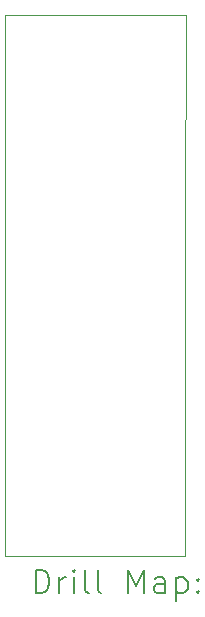
<source format=gbr>
%TF.GenerationSoftware,KiCad,Pcbnew,9.0.6*%
%TF.CreationDate,2026-01-10T17:13:57+00:00*%
%TF.ProjectId,CurrentSource,43757272-656e-4745-936f-757263652e6b,rev?*%
%TF.SameCoordinates,Original*%
%TF.FileFunction,Drillmap*%
%TF.FilePolarity,Positive*%
%FSLAX45Y45*%
G04 Gerber Fmt 4.5, Leading zero omitted, Abs format (unit mm)*
G04 Created by KiCad (PCBNEW 9.0.6) date 2026-01-10 17:13:57*
%MOMM*%
%LPD*%
G01*
G04 APERTURE LIST*
%ADD10C,0.100000*%
%ADD11C,0.200000*%
G04 APERTURE END LIST*
D10*
X13729000Y-8458000D02*
X13730000Y-6672500D01*
X13730000Y-6672500D02*
X12205000Y-6672500D01*
X12205000Y-8458000D02*
X12205000Y-6672500D01*
X12205000Y-8458000D02*
X12205000Y-11252000D01*
X12205000Y-11252000D02*
X13729000Y-11252000D01*
X13729000Y-11252000D02*
X13729000Y-8458000D01*
D11*
X12460777Y-11568484D02*
X12460777Y-11368484D01*
X12460777Y-11368484D02*
X12508396Y-11368484D01*
X12508396Y-11368484D02*
X12536967Y-11378008D01*
X12536967Y-11378008D02*
X12556015Y-11397055D01*
X12556015Y-11397055D02*
X12565539Y-11416103D01*
X12565539Y-11416103D02*
X12575062Y-11454198D01*
X12575062Y-11454198D02*
X12575062Y-11482769D01*
X12575062Y-11482769D02*
X12565539Y-11520865D01*
X12565539Y-11520865D02*
X12556015Y-11539912D01*
X12556015Y-11539912D02*
X12536967Y-11558960D01*
X12536967Y-11558960D02*
X12508396Y-11568484D01*
X12508396Y-11568484D02*
X12460777Y-11568484D01*
X12660777Y-11568484D02*
X12660777Y-11435150D01*
X12660777Y-11473246D02*
X12670301Y-11454198D01*
X12670301Y-11454198D02*
X12679824Y-11444674D01*
X12679824Y-11444674D02*
X12698872Y-11435150D01*
X12698872Y-11435150D02*
X12717920Y-11435150D01*
X12784586Y-11568484D02*
X12784586Y-11435150D01*
X12784586Y-11368484D02*
X12775062Y-11378008D01*
X12775062Y-11378008D02*
X12784586Y-11387531D01*
X12784586Y-11387531D02*
X12794110Y-11378008D01*
X12794110Y-11378008D02*
X12784586Y-11368484D01*
X12784586Y-11368484D02*
X12784586Y-11387531D01*
X12908396Y-11568484D02*
X12889348Y-11558960D01*
X12889348Y-11558960D02*
X12879824Y-11539912D01*
X12879824Y-11539912D02*
X12879824Y-11368484D01*
X13013158Y-11568484D02*
X12994110Y-11558960D01*
X12994110Y-11558960D02*
X12984586Y-11539912D01*
X12984586Y-11539912D02*
X12984586Y-11368484D01*
X13241729Y-11568484D02*
X13241729Y-11368484D01*
X13241729Y-11368484D02*
X13308396Y-11511341D01*
X13308396Y-11511341D02*
X13375062Y-11368484D01*
X13375062Y-11368484D02*
X13375062Y-11568484D01*
X13556015Y-11568484D02*
X13556015Y-11463722D01*
X13556015Y-11463722D02*
X13546491Y-11444674D01*
X13546491Y-11444674D02*
X13527443Y-11435150D01*
X13527443Y-11435150D02*
X13489348Y-11435150D01*
X13489348Y-11435150D02*
X13470301Y-11444674D01*
X13556015Y-11558960D02*
X13536967Y-11568484D01*
X13536967Y-11568484D02*
X13489348Y-11568484D01*
X13489348Y-11568484D02*
X13470301Y-11558960D01*
X13470301Y-11558960D02*
X13460777Y-11539912D01*
X13460777Y-11539912D02*
X13460777Y-11520865D01*
X13460777Y-11520865D02*
X13470301Y-11501817D01*
X13470301Y-11501817D02*
X13489348Y-11492293D01*
X13489348Y-11492293D02*
X13536967Y-11492293D01*
X13536967Y-11492293D02*
X13556015Y-11482769D01*
X13651253Y-11435150D02*
X13651253Y-11635150D01*
X13651253Y-11444674D02*
X13670301Y-11435150D01*
X13670301Y-11435150D02*
X13708396Y-11435150D01*
X13708396Y-11435150D02*
X13727443Y-11444674D01*
X13727443Y-11444674D02*
X13736967Y-11454198D01*
X13736967Y-11454198D02*
X13746491Y-11473246D01*
X13746491Y-11473246D02*
X13746491Y-11530388D01*
X13746491Y-11530388D02*
X13736967Y-11549436D01*
X13736967Y-11549436D02*
X13727443Y-11558960D01*
X13727443Y-11558960D02*
X13708396Y-11568484D01*
X13708396Y-11568484D02*
X13670301Y-11568484D01*
X13670301Y-11568484D02*
X13651253Y-11558960D01*
X13832205Y-11549436D02*
X13841729Y-11558960D01*
X13841729Y-11558960D02*
X13832205Y-11568484D01*
X13832205Y-11568484D02*
X13822682Y-11558960D01*
X13822682Y-11558960D02*
X13832205Y-11549436D01*
X13832205Y-11549436D02*
X13832205Y-11568484D01*
X13832205Y-11444674D02*
X13841729Y-11454198D01*
X13841729Y-11454198D02*
X13832205Y-11463722D01*
X13832205Y-11463722D02*
X13822682Y-11454198D01*
X13822682Y-11454198D02*
X13832205Y-11444674D01*
X13832205Y-11444674D02*
X13832205Y-11463722D01*
M02*

</source>
